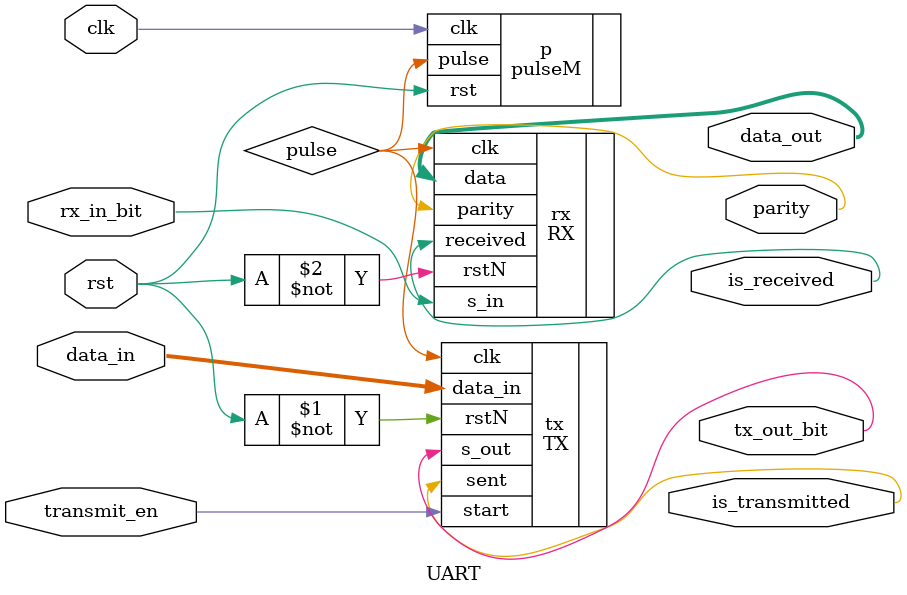
<source format=v>

module UART (
    input[6:0] data_in,
    input transmit_en,
    input rst,
    input clk,
    input rx_in_bit,

    output[6:0] data_out,
    output is_transmitted,
    output is_received,
    output parity,
    output tx_out_bit
);
wire pulse;
pulseM p(.rst(rst), .clk(clk), .pulse(pulse));

TX tx(.rstN(~rst), .clk(pulse), .start(transmit_en), 
    .data_in(data_in), .s_out(tx_out_bit),
    .sent(is_transmitted));

RX rx(.rstN(~rst), .clk(pulse), .s_in(rx_in_bit),
    .parity(parity), .data(data_out),
    .received(is_received));
    
endmodule
</source>
